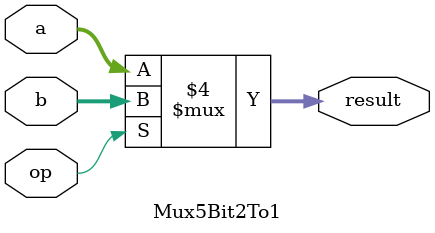
<source format=v>
`timescale 1ns / 1ps
module Mux5Bit2To1(a, b, op, result);

input [4:0] a, b; // 5-bit inputs
input op; // one-bit selection input
output [4:0] result; // 5-bit output
reg [4:0] result; 

always @(*)
begin
	if (op ==0)
		result = a;
	else
		result = b;
end

endmodule

</source>
